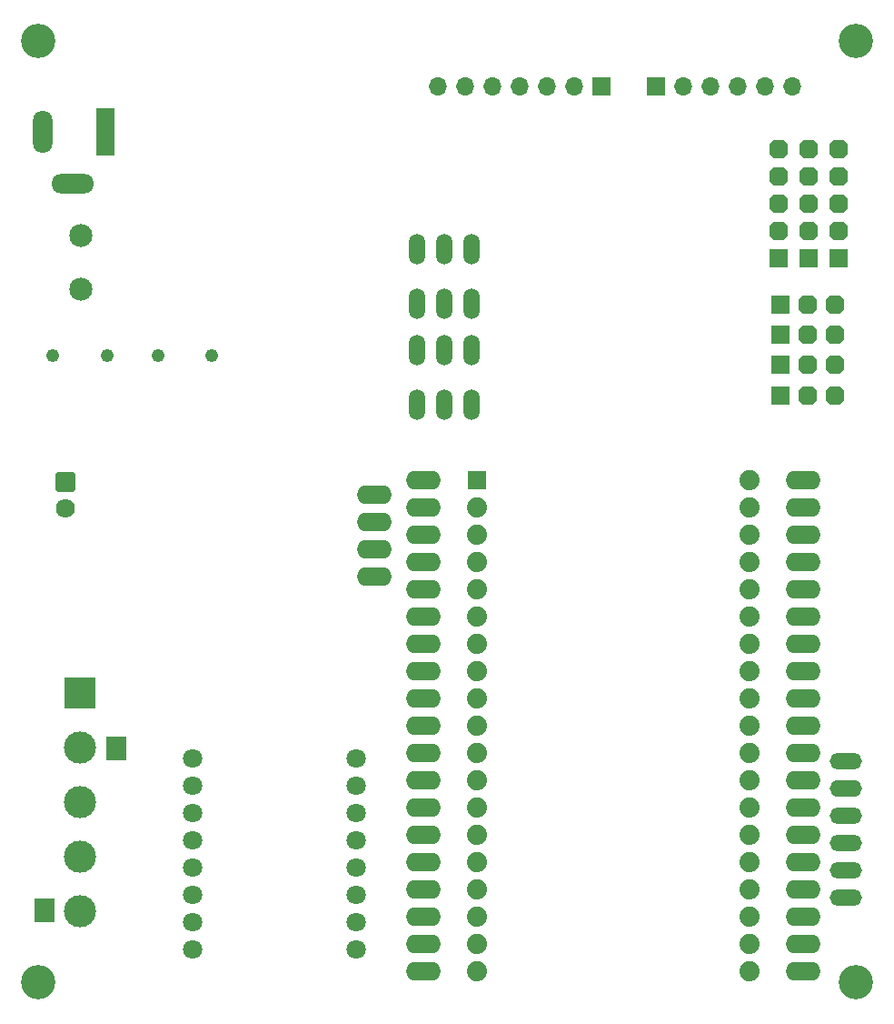
<source format=gbr>
%TF.GenerationSoftware,KiCad,Pcbnew,7.0.5*%
%TF.CreationDate,2024-05-04T18:26:22+05:30*%
%TF.ProjectId,sra_dev_board_2023,7372615f-6465-4765-9f62-6f6172645f32,rev?*%
%TF.SameCoordinates,Original*%
%TF.FileFunction,Soldermask,Bot*%
%TF.FilePolarity,Negative*%
%FSLAX46Y46*%
G04 Gerber Fmt 4.6, Leading zero omitted, Abs format (unit mm)*
G04 Created by KiCad (PCBNEW 7.0.5) date 2024-05-04 18:26:22*
%MOMM*%
%LPD*%
G01*
G04 APERTURE LIST*
G04 Aperture macros list*
%AMRoundRect*
0 Rectangle with rounded corners*
0 $1 Rounding radius*
0 $2 $3 $4 $5 $6 $7 $8 $9 X,Y pos of 4 corners*
0 Add a 4 corners polygon primitive as box body*
4,1,4,$2,$3,$4,$5,$6,$7,$8,$9,$2,$3,0*
0 Add four circle primitives for the rounded corners*
1,1,$1+$1,$2,$3*
1,1,$1+$1,$4,$5*
1,1,$1+$1,$6,$7*
1,1,$1+$1,$8,$9*
0 Add four rect primitives between the rounded corners*
20,1,$1+$1,$2,$3,$4,$5,0*
20,1,$1+$1,$4,$5,$6,$7,0*
20,1,$1+$1,$6,$7,$8,$9,0*
20,1,$1+$1,$8,$9,$2,$3,0*%
%AMFreePoly0*
4,1,25,0.440719,0.844196,0.452842,0.833842,0.833842,0.452842,0.862349,0.396894,0.863600,0.381000,0.863600,-0.381000,0.844196,-0.440719,0.833842,-0.452842,0.452842,-0.833842,0.396894,-0.862349,0.381000,-0.863600,-0.381000,-0.863600,-0.440719,-0.844196,-0.452842,-0.833842,-0.833842,-0.452842,-0.862349,-0.396894,-0.863600,-0.381000,-0.863600,0.381000,-0.844196,0.440719,-0.833842,0.452842,
-0.452842,0.833842,-0.396894,0.862349,-0.381000,0.863600,0.381000,0.863600,0.440719,0.844196,0.440719,0.844196,$1*%
G04 Aperture macros list end*
%ADD10RoundRect,0.101600X0.762000X-0.762000X0.762000X0.762000X-0.762000X0.762000X-0.762000X-0.762000X0*%
%ADD11FreePoly0,90.000000*%
%ADD12C,2.153200*%
%ADD13O,3.251200X1.727200*%
%ADD14RoundRect,0.102000X-0.787500X0.787500X-0.787500X-0.787500X0.787500X-0.787500X0.787500X0.787500X0*%
%ADD15C,1.779000*%
%ADD16R,3.000000X3.000000*%
%ADD17C,3.000000*%
%ADD18O,3.000000X1.500000*%
%ADD19O,3.000000X1.540000*%
%ADD20RoundRect,0.101600X0.762000X0.762000X-0.762000X0.762000X-0.762000X-0.762000X0.762000X-0.762000X0*%
%ADD21FreePoly0,180.000000*%
%ADD22RoundRect,0.101600X-0.850000X-1.000000X0.850000X-1.000000X0.850000X1.000000X-0.850000X1.000000X0*%
%ADD23C,3.200000*%
%ADD24R,1.700000X1.700000*%
%ADD25O,1.700000X1.700000*%
%ADD26C,1.800000*%
%ADD27C,1.219000*%
%ADD28O,1.524000X2.844800*%
%ADD29R,1.800000X4.400000*%
%ADD30O,1.800000X4.000000*%
%ADD31O,4.000000X1.800000*%
%ADD32RoundRect,0.101600X-0.780000X-0.780000X0.780000X-0.780000X0.780000X0.780000X-0.780000X0.780000X0*%
%ADD33C,1.879600*%
G04 APERTURE END LIST*
D10*
%TO.C,J10*%
X141520000Y-56510000D03*
D11*
X144060000Y-56510000D03*
X146600000Y-56510000D03*
%TD*%
D12*
%TO.C,T3*%
X76270000Y-55053723D03*
X76270000Y-50053723D03*
%TD*%
D13*
%TO.C,J5*%
X143569418Y-118588838D03*
X143569418Y-116048838D03*
X143569418Y-113508838D03*
X143569418Y-110968838D03*
X143569418Y-108428838D03*
X143569418Y-105888838D03*
X143569418Y-103348838D03*
X143569418Y-100808838D03*
X143569418Y-98268838D03*
X143569418Y-95728838D03*
X143569418Y-93188838D03*
X143569418Y-90648838D03*
X143569418Y-88108838D03*
X143569418Y-85568838D03*
X143569418Y-83028838D03*
X143569418Y-80488838D03*
X143569418Y-77948838D03*
X143569418Y-75408838D03*
X143569418Y-72868838D03*
%TD*%
D14*
%TO.C,J14*%
X74895000Y-73000000D03*
D15*
X74895000Y-75500000D03*
%TD*%
D16*
%TO.C,J16*%
X76240000Y-92670000D03*
D17*
X76240000Y-97750000D03*
X76240000Y-102830000D03*
X76240000Y-107910000D03*
X76240000Y-112990000D03*
%TD*%
D18*
%TO.C,J17*%
X147550000Y-111677727D03*
X147550000Y-109137727D03*
X147550000Y-106597727D03*
X147550000Y-104057727D03*
D19*
X147550000Y-101517727D03*
D18*
X147550000Y-98977727D03*
%TD*%
D20*
%TO.C,J11*%
X141332544Y-52158000D03*
D21*
X141332544Y-49618000D03*
X141332544Y-47078000D03*
X141332544Y-44538000D03*
X141332544Y-41998000D03*
%TD*%
D22*
%TO.C,TP2*%
X79600000Y-97859497D03*
%TD*%
D23*
%TO.C,H2*%
X72350000Y-119600000D03*
%TD*%
D24*
%TO.C,J8*%
X129920000Y-36195000D03*
D25*
X132460000Y-36195000D03*
X135000000Y-36195000D03*
X137540000Y-36195000D03*
X140080000Y-36195000D03*
X142620000Y-36195000D03*
%TD*%
D22*
%TO.C,TP1*%
X72900000Y-112859497D03*
%TD*%
D26*
%TO.C,U3*%
X86740000Y-98727582D03*
X86740000Y-101267582D03*
X86740000Y-103807582D03*
X86740000Y-106347582D03*
X86740000Y-108887582D03*
X86740000Y-111427582D03*
X86740000Y-113967582D03*
X86740000Y-116507582D03*
X101980000Y-116507582D03*
X101980000Y-113967582D03*
X101980000Y-111427582D03*
X101980000Y-108887582D03*
X101980000Y-106347582D03*
X101980000Y-103807582D03*
X101980000Y-101267582D03*
X101980000Y-98727582D03*
%TD*%
D20*
%TO.C,J13*%
X146900000Y-52160000D03*
D21*
X146900000Y-49620000D03*
X146900000Y-47080000D03*
X146900000Y-44540000D03*
X146900000Y-42000000D03*
%TD*%
D27*
%TO.C,F2*%
X83485000Y-61280000D03*
X88535000Y-61280000D03*
%TD*%
D10*
%TO.C,J3*%
X141520000Y-64934000D03*
D11*
X144060000Y-64934000D03*
X146600000Y-64934000D03*
%TD*%
D28*
%TO.C,12V_SW1*%
X107640000Y-60770000D03*
X110180000Y-60770000D03*
X112720000Y-60770000D03*
X107640000Y-65850000D03*
X110180000Y-65850000D03*
X112720000Y-65850000D03*
%TD*%
%TO.C,5V_SW1*%
X107640000Y-51310000D03*
X110180000Y-51310000D03*
X112720000Y-51310000D03*
X107640000Y-56390000D03*
X110180000Y-56390000D03*
X112720000Y-56390000D03*
%TD*%
D27*
%TO.C,F1*%
X78715000Y-61280000D03*
X73665000Y-61280000D03*
%TD*%
D10*
%TO.C,J2*%
X141520000Y-59310000D03*
D11*
X144060000Y-59310000D03*
X146600000Y-59310000D03*
%TD*%
D23*
%TO.C,H1*%
X72350000Y-31950000D03*
%TD*%
D13*
%TO.C,J9*%
X103620000Y-74160000D03*
X103620000Y-76700000D03*
X103620000Y-79240000D03*
X103620000Y-81780000D03*
%TD*%
D29*
%TO.C,J6*%
X78580000Y-40400000D03*
D30*
X72780000Y-40400000D03*
D31*
X75580000Y-45200000D03*
%TD*%
D32*
%TO.C,U1*%
X113179418Y-72868838D03*
D33*
X113179418Y-75408838D03*
X113179418Y-77948838D03*
X113179418Y-80488838D03*
X113179418Y-83028838D03*
X113179418Y-85568838D03*
X113179418Y-88108838D03*
X113179418Y-90648838D03*
X113179418Y-93188838D03*
X113179418Y-95728838D03*
X113179418Y-98268838D03*
X113179418Y-100808838D03*
X113179418Y-103348838D03*
X113179418Y-105888838D03*
X113179418Y-108428838D03*
X113179418Y-110968838D03*
X113179418Y-113508838D03*
X113179418Y-116048838D03*
X113179418Y-118588838D03*
X138579418Y-72868838D03*
X138579418Y-75408838D03*
X138579418Y-77948838D03*
X138579418Y-80488838D03*
X138579418Y-83028838D03*
X138579418Y-85568838D03*
X138579418Y-88108838D03*
X138579418Y-90648838D03*
X138579418Y-93188838D03*
X138579418Y-95728838D03*
X138579418Y-98268838D03*
X138579418Y-100808838D03*
X138579418Y-103348838D03*
X138579418Y-105888838D03*
X138579418Y-108428838D03*
X138579418Y-110968838D03*
X138579418Y-113508838D03*
X138579418Y-116048838D03*
X138579418Y-118588838D03*
%TD*%
D24*
%TO.C,J7*%
X124825000Y-36195000D03*
D25*
X122285000Y-36195000D03*
X119745000Y-36195000D03*
X117205000Y-36195000D03*
X114665000Y-36195000D03*
X112125000Y-36195000D03*
X109585000Y-36195000D03*
%TD*%
D23*
%TO.C,H3*%
X148500000Y-119600000D03*
%TD*%
D20*
%TO.C,J12*%
X144122544Y-52166000D03*
D21*
X144122544Y-49626000D03*
X144122544Y-47086000D03*
X144122544Y-44546000D03*
X144122544Y-42006000D03*
%TD*%
D23*
%TO.C,H4*%
X148500000Y-31950000D03*
%TD*%
D13*
%TO.C,J1*%
X108179418Y-72868838D03*
X108179418Y-75408838D03*
X108179418Y-77948838D03*
X108179418Y-80488838D03*
X108179418Y-83028838D03*
X108179418Y-85568838D03*
X108179418Y-88108838D03*
X108179418Y-90648838D03*
X108179418Y-93188838D03*
X108179418Y-95728838D03*
X108179418Y-98268838D03*
X108179418Y-100808838D03*
X108179418Y-103348838D03*
X108179418Y-105888838D03*
X108179418Y-108428838D03*
X108179418Y-110968838D03*
X108179418Y-113508838D03*
X108179418Y-116048838D03*
X108179418Y-118588838D03*
%TD*%
D10*
%TO.C,J4*%
X141510000Y-62120000D03*
D11*
X144050000Y-62120000D03*
X146590000Y-62120000D03*
%TD*%
M02*

</source>
